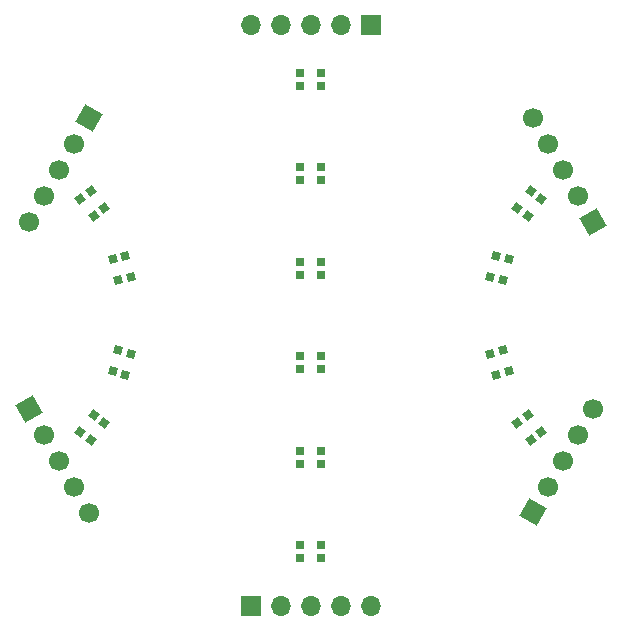
<source format=gbr>
%TF.GenerationSoftware,KiCad,Pcbnew,8.0.8*%
%TF.CreationDate,2025-02-21T18:34:30-05:00*%
%TF.ProjectId,pcb_tile_game,7063625f-7469-46c6-955f-67616d652e6b,0.1*%
%TF.SameCoordinates,Original*%
%TF.FileFunction,Soldermask,Bot*%
%TF.FilePolarity,Negative*%
%FSLAX46Y46*%
G04 Gerber Fmt 4.6, Leading zero omitted, Abs format (unit mm)*
G04 Created by KiCad (PCBNEW 8.0.8) date 2025-02-21 18:34:30*
%MOMM*%
%LPD*%
G01*
G04 APERTURE LIST*
G04 Aperture macros list*
%AMHorizOval*
0 Thick line with rounded ends*
0 $1 width*
0 $2 $3 position (X,Y) of the first rounded end (center of the circle)*
0 $4 $5 position (X,Y) of the second rounded end (center of the circle)*
0 Add line between two ends*
20,1,$1,$2,$3,$4,$5,0*
0 Add two circle primitives to create the rounded ends*
1,1,$1,$2,$3*
1,1,$1,$4,$5*%
%AMRotRect*
0 Rectangle, with rotation*
0 The origin of the aperture is its center*
0 $1 length*
0 $2 width*
0 $3 Rotation angle, in degrees counterclockwise*
0 Add horizontal line*
21,1,$1,$2,0,0,$3*%
G04 Aperture macros list end*
%ADD10R,1.700000X1.700000*%
%ADD11O,1.700000X1.700000*%
%ADD12RotRect,1.700000X1.700000X150.000000*%
%ADD13HorizOval,1.700000X0.000000X0.000000X0.000000X0.000000X0*%
%ADD14RotRect,1.700000X1.700000X330.000000*%
%ADD15HorizOval,1.700000X0.000000X0.000000X0.000000X0.000000X0*%
%ADD16RotRect,1.700000X1.700000X210.000000*%
%ADD17HorizOval,1.700000X0.000000X0.000000X0.000000X0.000000X0*%
%ADD18RotRect,1.700000X1.700000X30.000000*%
%ADD19HorizOval,1.700000X0.000000X0.000000X0.000000X0.000000X0*%
%ADD20R,0.700000X0.700000*%
%ADD21RotRect,0.700000X0.700000X255.000000*%
%ADD22RotRect,0.700000X0.700000X308.000000*%
%ADD23RotRect,0.700000X0.700000X285.000000*%
%ADD24RotRect,0.700000X0.700000X232.000000*%
G04 APERTURE END LIST*
D10*
%TO.C,J2*%
X134980000Y-104600000D03*
D11*
X137520000Y-104600000D03*
X140060000Y-104600000D03*
X142600000Y-104600000D03*
X145140000Y-104600000D03*
%TD*%
D12*
%TO.C,J3*%
X158920000Y-96689409D03*
D13*
X160190000Y-94489704D03*
X161460000Y-92290000D03*
X162730000Y-90090295D03*
X164000000Y-87890591D03*
%TD*%
D14*
%TO.C,J6*%
X121300000Y-63300591D03*
D15*
X120030000Y-65500296D03*
X118760000Y-67700000D03*
X117490000Y-69899705D03*
X116220000Y-72099409D03*
%TD*%
D16*
%TO.C,J4*%
X163963349Y-72075928D03*
D17*
X162693349Y-69876223D03*
X161423349Y-67676519D03*
X160153349Y-65476814D03*
X158883349Y-63277110D03*
%TD*%
D18*
%TO.C,J1*%
X116220000Y-87900591D03*
D19*
X117490000Y-90100296D03*
X118760000Y-92300000D03*
X120030000Y-94499705D03*
X121300000Y-96699409D03*
%TD*%
D10*
%TO.C,J5*%
X145140000Y-55400000D03*
D11*
X142600000Y-55400000D03*
X140060000Y-55400000D03*
X137520000Y-55400000D03*
X134980000Y-55400000D03*
%TD*%
D20*
%TO.C,D5*%
X140975000Y-67450000D03*
X140975000Y-68550000D03*
X139145000Y-68550000D03*
X139145000Y-67450000D03*
%TD*%
%TO.C,D6*%
X140975000Y-59450000D03*
X140975000Y-60550000D03*
X139145000Y-60550000D03*
X139145000Y-59450000D03*
%TD*%
D21*
%TO.C,D9*%
X155765561Y-74973827D03*
X156828077Y-75258528D03*
X156354439Y-77026173D03*
X155291923Y-76741472D03*
%TD*%
D20*
%TO.C,D2*%
X140975000Y-91450000D03*
X140975000Y-92550000D03*
X139145000Y-92550000D03*
X139145000Y-91450000D03*
%TD*%
D22*
%TO.C,D14*%
X120563264Y-70117584D03*
X121430075Y-69440356D03*
X122556736Y-70882416D03*
X121689925Y-71559644D03*
%TD*%
D20*
%TO.C,D1*%
X140975000Y-99450000D03*
X140975000Y-100550000D03*
X139145000Y-100550000D03*
X139145000Y-99450000D03*
%TD*%
D23*
%TO.C,D13*%
X123291921Y-75258528D03*
X124354440Y-74973827D03*
X124828079Y-76741472D03*
X123765560Y-77026173D03*
%TD*%
D20*
%TO.C,D3*%
X140975000Y-83450000D03*
X140975000Y-84550000D03*
X139145000Y-84550000D03*
X139145000Y-83450000D03*
%TD*%
D23*
%TO.C,D8*%
X155291921Y-83258528D03*
X156354440Y-82973827D03*
X156828079Y-84741472D03*
X155765560Y-85026173D03*
%TD*%
D22*
%TO.C,D7*%
X158689924Y-90559644D03*
X159556736Y-89882416D03*
X158430076Y-88440356D03*
X157563264Y-89117584D03*
%TD*%
D20*
%TO.C,D4*%
X140975000Y-75450000D03*
X140975000Y-76550000D03*
X139145000Y-76550000D03*
X139145000Y-75450000D03*
%TD*%
D21*
%TO.C,D12*%
X123765560Y-82973827D03*
X124828079Y-83258528D03*
X124354440Y-85026173D03*
X123291921Y-84741472D03*
%TD*%
D24*
%TO.C,D11*%
X121689924Y-88440356D03*
X122556736Y-89117584D03*
X121430076Y-90559644D03*
X120563264Y-89882416D03*
%TD*%
%TO.C,D10*%
X157563264Y-70882416D03*
X158430075Y-71559644D03*
X159556736Y-70117584D03*
X158689925Y-69440356D03*
%TD*%
M02*

</source>
